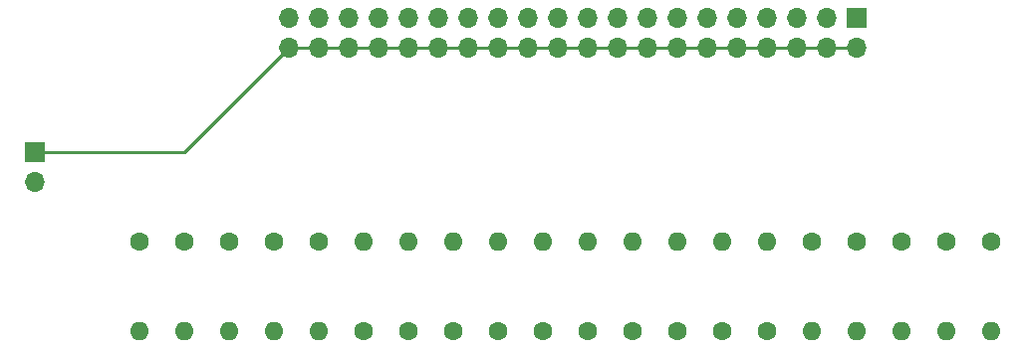
<source format=gbl>
%TF.GenerationSoftware,KiCad,Pcbnew,5.1.9-73d0e3b20d~88~ubuntu18.04.1*%
%TF.CreationDate,2021-04-04T15:33:15+02:00*%
%TF.ProjectId,resitor-substitution-board,72657369-746f-4722-9d73-756273746974,rev?*%
%TF.SameCoordinates,Original*%
%TF.FileFunction,Copper,L2,Bot*%
%TF.FilePolarity,Positive*%
%FSLAX46Y46*%
G04 Gerber Fmt 4.6, Leading zero omitted, Abs format (unit mm)*
G04 Created by KiCad (PCBNEW 5.1.9-73d0e3b20d~88~ubuntu18.04.1) date 2021-04-04 15:33:15*
%MOMM*%
%LPD*%
G01*
G04 APERTURE LIST*
%TA.AperFunction,ComponentPad*%
%ADD10O,1.700000X1.700000*%
%TD*%
%TA.AperFunction,ComponentPad*%
%ADD11R,1.700000X1.700000*%
%TD*%
%TA.AperFunction,ComponentPad*%
%ADD12O,1.600000X1.600000*%
%TD*%
%TA.AperFunction,ComponentPad*%
%ADD13C,1.600000*%
%TD*%
%TA.AperFunction,Conductor*%
%ADD14C,0.250000*%
%TD*%
G04 APERTURE END LIST*
D10*
%TO.P,J2,40*%
%TO.N,Net-(J1-Pad1)*%
X100330000Y-100330000D03*
%TO.P,J2,39*%
%TO.N,Net-(J2-Pad39)*%
X100330000Y-97790000D03*
%TO.P,J2,38*%
%TO.N,Net-(J1-Pad1)*%
X102870000Y-100330000D03*
%TO.P,J2,37*%
%TO.N,Net-(J2-Pad37)*%
X102870000Y-97790000D03*
%TO.P,J2,36*%
%TO.N,Net-(J1-Pad1)*%
X105410000Y-100330000D03*
%TO.P,J2,35*%
%TO.N,Net-(J2-Pad35)*%
X105410000Y-97790000D03*
%TO.P,J2,34*%
%TO.N,Net-(J1-Pad1)*%
X107950000Y-100330000D03*
%TO.P,J2,33*%
%TO.N,Net-(J2-Pad33)*%
X107950000Y-97790000D03*
%TO.P,J2,32*%
%TO.N,Net-(J1-Pad1)*%
X110490000Y-100330000D03*
%TO.P,J2,31*%
%TO.N,Net-(J2-Pad31)*%
X110490000Y-97790000D03*
%TO.P,J2,30*%
%TO.N,Net-(J1-Pad1)*%
X113030000Y-100330000D03*
%TO.P,J2,29*%
%TO.N,Net-(J2-Pad29)*%
X113030000Y-97790000D03*
%TO.P,J2,28*%
%TO.N,Net-(J1-Pad1)*%
X115570000Y-100330000D03*
%TO.P,J2,27*%
%TO.N,Net-(J2-Pad27)*%
X115570000Y-97790000D03*
%TO.P,J2,26*%
%TO.N,Net-(J1-Pad1)*%
X118110000Y-100330000D03*
%TO.P,J2,25*%
%TO.N,Net-(J2-Pad25)*%
X118110000Y-97790000D03*
%TO.P,J2,24*%
%TO.N,Net-(J1-Pad1)*%
X120650000Y-100330000D03*
%TO.P,J2,23*%
%TO.N,Net-(J2-Pad23)*%
X120650000Y-97790000D03*
%TO.P,J2,22*%
%TO.N,Net-(J1-Pad1)*%
X123190000Y-100330000D03*
%TO.P,J2,21*%
%TO.N,Net-(J2-Pad21)*%
X123190000Y-97790000D03*
%TO.P,J2,20*%
%TO.N,Net-(J1-Pad1)*%
X125730000Y-100330000D03*
%TO.P,J2,19*%
%TO.N,Net-(J2-Pad19)*%
X125730000Y-97790000D03*
%TO.P,J2,18*%
%TO.N,Net-(J1-Pad1)*%
X128270000Y-100330000D03*
%TO.P,J2,17*%
%TO.N,Net-(J2-Pad17)*%
X128270000Y-97790000D03*
%TO.P,J2,16*%
%TO.N,Net-(J1-Pad1)*%
X130810000Y-100330000D03*
%TO.P,J2,15*%
%TO.N,Net-(J2-Pad15)*%
X130810000Y-97790000D03*
%TO.P,J2,14*%
%TO.N,Net-(J1-Pad1)*%
X133350000Y-100330000D03*
%TO.P,J2,13*%
%TO.N,Net-(J2-Pad13)*%
X133350000Y-97790000D03*
%TO.P,J2,12*%
%TO.N,Net-(J1-Pad1)*%
X135890000Y-100330000D03*
%TO.P,J2,11*%
%TO.N,Net-(J2-Pad11)*%
X135890000Y-97790000D03*
%TO.P,J2,10*%
%TO.N,Net-(J1-Pad1)*%
X138430000Y-100330000D03*
%TO.P,J2,9*%
%TO.N,Net-(J2-Pad9)*%
X138430000Y-97790000D03*
%TO.P,J2,8*%
%TO.N,Net-(J1-Pad1)*%
X140970000Y-100330000D03*
%TO.P,J2,7*%
%TO.N,Net-(J2-Pad7)*%
X140970000Y-97790000D03*
%TO.P,J2,6*%
%TO.N,Net-(J1-Pad1)*%
X143510000Y-100330000D03*
%TO.P,J2,5*%
%TO.N,Net-(J2-Pad5)*%
X143510000Y-97790000D03*
%TO.P,J2,4*%
%TO.N,Net-(J1-Pad1)*%
X146050000Y-100330000D03*
%TO.P,J2,3*%
%TO.N,Net-(J2-Pad3)*%
X146050000Y-97790000D03*
%TO.P,J2,2*%
%TO.N,Net-(J1-Pad1)*%
X148590000Y-100330000D03*
D11*
%TO.P,J2,1*%
%TO.N,Net-(J2-Pad1)*%
X148590000Y-97790000D03*
%TD*%
%TO.P,J1,1*%
%TO.N,Net-(J1-Pad1)*%
X78740000Y-109220000D03*
D10*
%TO.P,J1,2*%
%TO.N,Net-(J1-Pad2)*%
X78740000Y-111760000D03*
%TD*%
D12*
%TO.P,R1,2*%
%TO.N,Net-(J1-Pad2)*%
X160020000Y-124460000D03*
D13*
%TO.P,R1,1*%
%TO.N,Net-(J2-Pad1)*%
X160020000Y-116840000D03*
%TD*%
%TO.P,R2,1*%
%TO.N,Net-(J2-Pad3)*%
X156210000Y-116840000D03*
D12*
%TO.P,R2,2*%
%TO.N,Net-(J1-Pad2)*%
X156210000Y-124460000D03*
%TD*%
D13*
%TO.P,R3,1*%
%TO.N,Net-(J2-Pad5)*%
X152400000Y-116840000D03*
D12*
%TO.P,R3,2*%
%TO.N,Net-(J1-Pad2)*%
X152400000Y-124460000D03*
%TD*%
%TO.P,R4,2*%
%TO.N,Net-(J1-Pad2)*%
X148590000Y-124460000D03*
D13*
%TO.P,R4,1*%
%TO.N,Net-(J2-Pad7)*%
X148590000Y-116840000D03*
%TD*%
D12*
%TO.P,R5,2*%
%TO.N,Net-(J1-Pad2)*%
X144780000Y-124460000D03*
D13*
%TO.P,R5,1*%
%TO.N,Net-(J2-Pad9)*%
X144780000Y-116840000D03*
%TD*%
%TO.P,R6,1*%
%TO.N,Net-(J1-Pad2)*%
X140970000Y-124460000D03*
D12*
%TO.P,R6,2*%
%TO.N,Net-(J2-Pad11)*%
X140970000Y-116840000D03*
%TD*%
D13*
%TO.P,R7,1*%
%TO.N,Net-(J1-Pad2)*%
X137160000Y-124460000D03*
D12*
%TO.P,R7,2*%
%TO.N,Net-(J2-Pad13)*%
X137160000Y-116840000D03*
%TD*%
D13*
%TO.P,R8,1*%
%TO.N,Net-(J1-Pad2)*%
X133350000Y-124460000D03*
D12*
%TO.P,R8,2*%
%TO.N,Net-(J2-Pad15)*%
X133350000Y-116840000D03*
%TD*%
D13*
%TO.P,R9,1*%
%TO.N,Net-(J1-Pad2)*%
X129540000Y-124460000D03*
D12*
%TO.P,R9,2*%
%TO.N,Net-(J2-Pad17)*%
X129540000Y-116840000D03*
%TD*%
%TO.P,R10,2*%
%TO.N,Net-(J2-Pad19)*%
X125730000Y-116840000D03*
D13*
%TO.P,R10,1*%
%TO.N,Net-(J1-Pad2)*%
X125730000Y-124460000D03*
%TD*%
%TO.P,R11,1*%
%TO.N,Net-(J1-Pad2)*%
X121920000Y-124460000D03*
D12*
%TO.P,R11,2*%
%TO.N,Net-(J2-Pad21)*%
X121920000Y-116840000D03*
%TD*%
%TO.P,R12,2*%
%TO.N,Net-(J2-Pad23)*%
X118110000Y-116840000D03*
D13*
%TO.P,R12,1*%
%TO.N,Net-(J1-Pad2)*%
X118110000Y-124460000D03*
%TD*%
D12*
%TO.P,R13,2*%
%TO.N,Net-(J2-Pad25)*%
X114300000Y-116840000D03*
D13*
%TO.P,R13,1*%
%TO.N,Net-(J1-Pad2)*%
X114300000Y-124460000D03*
%TD*%
%TO.P,R14,1*%
%TO.N,Net-(J1-Pad2)*%
X110490000Y-124460000D03*
D12*
%TO.P,R14,2*%
%TO.N,Net-(J2-Pad27)*%
X110490000Y-116840000D03*
%TD*%
D13*
%TO.P,R15,1*%
%TO.N,Net-(J1-Pad2)*%
X106680000Y-124460000D03*
D12*
%TO.P,R15,2*%
%TO.N,Net-(J2-Pad29)*%
X106680000Y-116840000D03*
%TD*%
%TO.P,R16,2*%
%TO.N,Net-(J1-Pad2)*%
X102870000Y-124460000D03*
D13*
%TO.P,R16,1*%
%TO.N,Net-(J2-Pad31)*%
X102870000Y-116840000D03*
%TD*%
D12*
%TO.P,R17,2*%
%TO.N,Net-(J1-Pad2)*%
X99060000Y-124460000D03*
D13*
%TO.P,R17,1*%
%TO.N,Net-(J2-Pad33)*%
X99060000Y-116840000D03*
%TD*%
%TO.P,R18,1*%
%TO.N,Net-(J2-Pad35)*%
X95250000Y-116840000D03*
D12*
%TO.P,R18,2*%
%TO.N,Net-(J1-Pad2)*%
X95250000Y-124460000D03*
%TD*%
%TO.P,R19,2*%
%TO.N,Net-(J1-Pad2)*%
X91440000Y-124460000D03*
D13*
%TO.P,R19,1*%
%TO.N,Net-(J2-Pad37)*%
X91440000Y-116840000D03*
%TD*%
D12*
%TO.P,R20,2*%
%TO.N,Net-(J1-Pad2)*%
X87630000Y-124460000D03*
D13*
%TO.P,R20,1*%
%TO.N,Net-(J2-Pad39)*%
X87630000Y-116840000D03*
%TD*%
D14*
%TO.N,Net-(J1-Pad1)*%
X91440000Y-109220000D02*
X100330000Y-100330000D01*
X78740000Y-109220000D02*
X91440000Y-109220000D01*
X100330000Y-100330000D02*
X102870000Y-100330000D01*
X102870000Y-100330000D02*
X105410000Y-100330000D01*
X105410000Y-100330000D02*
X107950000Y-100330000D01*
X107950000Y-100330000D02*
X110490000Y-100330000D01*
X110490000Y-100330000D02*
X113030000Y-100330000D01*
X113030000Y-100330000D02*
X115570000Y-100330000D01*
X115570000Y-100330000D02*
X120650000Y-100330000D01*
X120650000Y-100330000D02*
X123190000Y-100330000D01*
X123190000Y-100330000D02*
X125730000Y-100330000D01*
X125730000Y-100330000D02*
X128270000Y-100330000D01*
X128270000Y-100330000D02*
X130810000Y-100330000D01*
X130810000Y-100330000D02*
X133350000Y-100330000D01*
X133350000Y-100330000D02*
X135890000Y-100330000D01*
X135890000Y-100330000D02*
X138430000Y-100330000D01*
X138430000Y-100330000D02*
X140970000Y-100330000D01*
X140970000Y-100330000D02*
X143510000Y-100330000D01*
X143510000Y-100330000D02*
X146050000Y-100330000D01*
X146050000Y-100330000D02*
X148590000Y-100330000D01*
%TD*%
M02*

</source>
